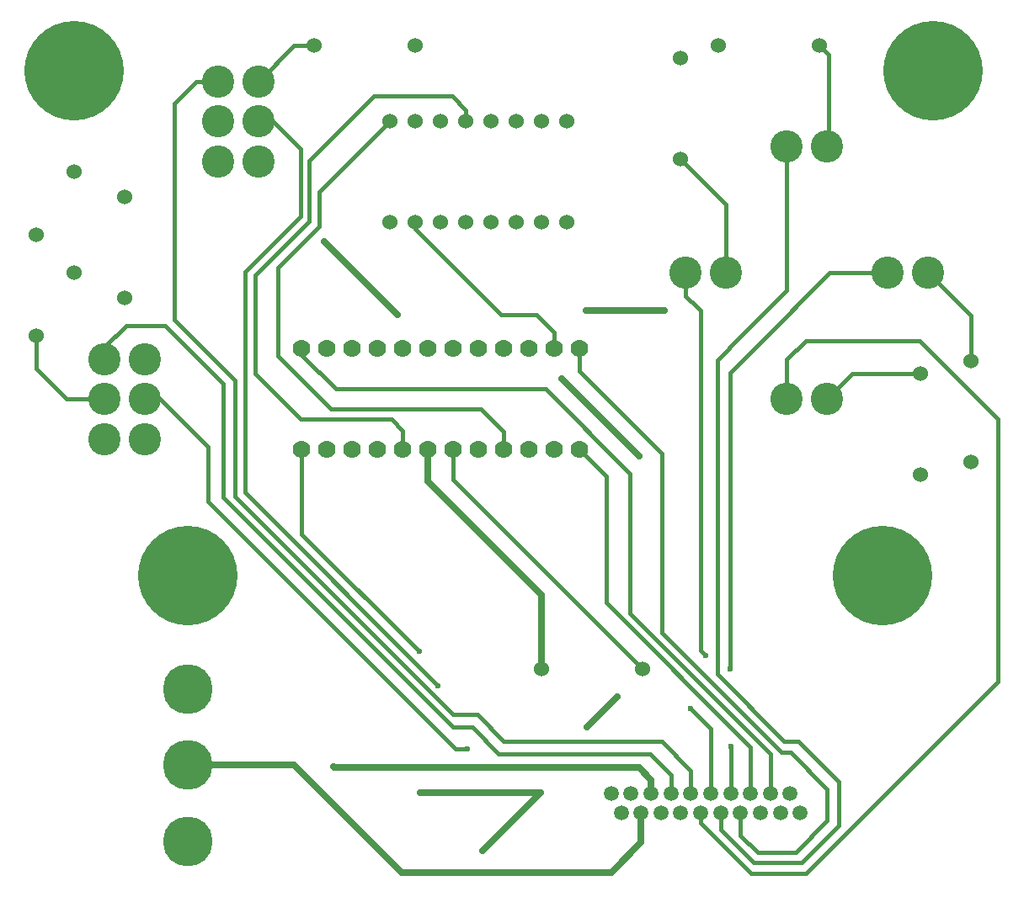
<source format=gbl>
G04 #@! TF.FileFunction,Copper,L2,Bot,Signal*
%FSLAX46Y46*%
G04 Gerber Fmt 4.6, Leading zero omitted, Abs format (unit mm)*
G04 Created by KiCad (PCBNEW 4.0.0-rc2-stable) date Thu 26 Nov 2015 02:18:43 PM EST*
%MOMM*%
G01*
G04 APERTURE LIST*
%ADD10C,0.100000*%
%ADD11C,1.500000*%
%ADD12C,1.524000*%
%ADD13C,3.250000*%
%ADD14C,5.000000*%
%ADD15C,1.778000*%
%ADD16C,10.000000*%
%ADD17C,0.600000*%
%ADD18C,0.635000*%
%ADD19C,0.381000*%
G04 APERTURE END LIST*
D10*
D11*
X148820000Y-125460000D03*
X146820000Y-125460000D03*
X150820000Y-125460000D03*
X152820000Y-125460000D03*
X154820000Y-125460000D03*
X156820000Y-125460000D03*
X155820000Y-123460000D03*
X153820000Y-123460000D03*
X151820000Y-123460000D03*
X149820000Y-123460000D03*
X147820000Y-123460000D03*
X145820000Y-123460000D03*
X144820000Y-125460000D03*
X143820000Y-123460000D03*
X142820000Y-125460000D03*
X141820000Y-123460000D03*
X140820000Y-125460000D03*
X139820000Y-123460000D03*
X138820000Y-125460000D03*
X137820000Y-123460000D03*
D12*
X144780000Y-59690000D03*
X144780000Y-49530000D03*
X158750000Y-48260000D03*
X148590000Y-48260000D03*
X173990000Y-90170000D03*
X173990000Y-80010000D03*
X168910000Y-81280000D03*
X168910000Y-91440000D03*
X107950000Y-48260000D03*
X118110000Y-48260000D03*
X88900000Y-63500000D03*
X88900000Y-73660000D03*
X130810000Y-110998000D03*
X140970000Y-110998000D03*
X83820000Y-60960000D03*
X83820000Y-71120000D03*
X80010000Y-67310000D03*
X80010000Y-77470000D03*
D13*
X145320000Y-71120000D03*
X149320000Y-71120000D03*
X155480000Y-58420000D03*
X159480000Y-58420000D03*
X165640000Y-71120000D03*
X169640000Y-71120000D03*
X155480000Y-83820000D03*
X159480000Y-83820000D03*
X98330000Y-55880000D03*
X102330000Y-55880000D03*
X98330000Y-51880000D03*
X102330000Y-51880000D03*
X98330000Y-59880000D03*
X102330000Y-59880000D03*
X86900000Y-83820000D03*
X90900000Y-83820000D03*
X86900000Y-79820000D03*
X90900000Y-79820000D03*
X86900000Y-87820000D03*
X90900000Y-87820000D03*
D14*
X95250000Y-120650000D03*
X95250000Y-113000000D03*
X95250000Y-128300000D03*
D15*
X119380000Y-78740000D03*
X116840000Y-78740000D03*
X114300000Y-78740000D03*
X111760000Y-78740000D03*
X109220000Y-78740000D03*
X106680000Y-78740000D03*
X121920000Y-78740000D03*
X124460000Y-78740000D03*
X127000000Y-78740000D03*
X129540000Y-78740000D03*
X132080000Y-78740000D03*
X134620000Y-78740000D03*
X134620000Y-88900000D03*
X132080000Y-88900000D03*
X129540000Y-88900000D03*
X127000000Y-88900000D03*
X124460000Y-88900000D03*
X121920000Y-88900000D03*
X119380000Y-88900000D03*
X116840000Y-88900000D03*
X114300000Y-88900000D03*
X111760000Y-88900000D03*
X109220000Y-88900000D03*
X106680000Y-88900000D03*
D12*
X123190000Y-66040000D03*
X120650000Y-66040000D03*
X118110000Y-66040000D03*
X115570000Y-66040000D03*
X125730000Y-66040000D03*
X128270000Y-66040000D03*
X130810000Y-66040000D03*
X133350000Y-66040000D03*
X115570000Y-55880000D03*
X118110000Y-55880000D03*
X120650000Y-55880000D03*
X123190000Y-55880000D03*
X133350000Y-55880000D03*
X128270000Y-55880000D03*
X130810000Y-55880000D03*
X125730000Y-55880000D03*
D16*
X83820000Y-50800000D03*
X95250000Y-101600000D03*
X170180000Y-50800000D03*
X165100000Y-101600000D03*
D17*
X108966000Y-67945000D03*
X116332000Y-75311000D03*
X135255000Y-74930000D03*
X143129000Y-74930000D03*
X140589000Y-89535000D03*
X132842000Y-81788000D03*
X138430000Y-113792000D03*
X135382000Y-116840000D03*
X124841000Y-129286000D03*
X118618000Y-123444000D03*
X130683000Y-123444000D03*
X118491000Y-109220000D03*
X149820000Y-118785000D03*
X147320000Y-109601000D03*
X145796000Y-114935000D03*
X149733000Y-110998000D03*
X120396000Y-112649000D03*
X123317000Y-118999000D03*
X109855000Y-120777000D03*
D18*
X119380000Y-88900000D02*
X119380000Y-92075000D01*
X119380000Y-92075000D02*
X130810000Y-103505000D01*
X130810000Y-103505000D02*
X130810000Y-110998000D01*
D19*
X121920000Y-115570000D02*
X124333000Y-115570000D01*
X99949000Y-93599000D02*
X121920000Y-115570000D01*
X98330000Y-51880000D02*
X96075000Y-51880000D01*
X96075000Y-51880000D02*
X93853000Y-54102000D01*
X93853000Y-54102000D02*
X93853000Y-75819000D01*
X93853000Y-75819000D02*
X99949000Y-81915000D01*
X99949000Y-81915000D02*
X99949000Y-90805000D01*
X99949000Y-90805000D02*
X99949000Y-93599000D01*
X145820000Y-121182000D02*
X145820000Y-123460000D01*
X142875000Y-118237000D02*
X145820000Y-121182000D01*
X127000000Y-118237000D02*
X142875000Y-118237000D01*
X124333000Y-115570000D02*
X127000000Y-118237000D01*
X98806000Y-91821000D02*
X98806000Y-93726000D01*
X143820000Y-123460000D02*
X143820000Y-121595000D01*
X141732000Y-119507000D02*
X143820000Y-121595000D01*
X126492000Y-119507000D02*
X141732000Y-119507000D01*
X98806000Y-82296000D02*
X98806000Y-91821000D01*
X92964000Y-76454000D02*
X98806000Y-82296000D01*
X89027000Y-76454000D02*
X92964000Y-76454000D01*
X89027000Y-76454000D02*
X86900000Y-78581000D01*
X123825000Y-116840000D02*
X126492000Y-119507000D01*
X121920000Y-116840000D02*
X123825000Y-116840000D01*
X98806000Y-93726000D02*
X121920000Y-116840000D01*
X86900000Y-79820000D02*
X86900000Y-78581000D01*
D18*
X116332000Y-75311000D02*
X108966000Y-67945000D01*
X143129000Y-74930000D02*
X135255000Y-74930000D01*
X132842000Y-81788000D02*
X140589000Y-89535000D01*
X135382000Y-116840000D02*
X138430000Y-113792000D01*
X130683000Y-123444000D02*
X124841000Y-129286000D01*
X130683000Y-123444000D02*
X118618000Y-123444000D01*
D19*
X149320000Y-71120000D02*
X149320000Y-64230000D01*
X149320000Y-64230000D02*
X144780000Y-59690000D01*
X158750000Y-48260000D02*
X159639000Y-49149000D01*
X159639000Y-49149000D02*
X159639000Y-58261000D01*
X159639000Y-58261000D02*
X159480000Y-58420000D01*
X169640000Y-71120000D02*
X169672000Y-71120000D01*
X169672000Y-71120000D02*
X173990000Y-75438000D01*
X173990000Y-75438000D02*
X173990000Y-80010000D01*
X159480000Y-83820000D02*
X159512000Y-83820000D01*
X159512000Y-83820000D02*
X162052000Y-81280000D01*
X162052000Y-81280000D02*
X168910000Y-81280000D01*
X107950000Y-48260000D02*
X105950000Y-48260000D01*
X105950000Y-48260000D02*
X102330000Y-51880000D01*
X80010000Y-77470000D02*
X80010000Y-79375000D01*
X83058000Y-83820000D02*
X86900000Y-83820000D01*
X80010000Y-80772000D02*
X83058000Y-83820000D01*
X80010000Y-79375000D02*
X80010000Y-80772000D01*
X115570000Y-55880000D02*
X108458000Y-62992000D01*
X127000000Y-87122000D02*
X127000000Y-88900000D01*
X124714000Y-84836000D02*
X127000000Y-87122000D01*
X109601000Y-84836000D02*
X124714000Y-84836000D01*
X104267000Y-79502000D02*
X109601000Y-84836000D01*
X104267000Y-70612000D02*
X104267000Y-79502000D01*
X108458000Y-66421000D02*
X104267000Y-70612000D01*
X108458000Y-62992000D02*
X108458000Y-66421000D01*
X123190000Y-55880000D02*
X123190000Y-54737000D01*
X116840000Y-86995000D02*
X116840000Y-88900000D01*
X115697000Y-85852000D02*
X116840000Y-86995000D01*
X106553000Y-85852000D02*
X115697000Y-85852000D01*
X101981000Y-81280000D02*
X106553000Y-85852000D01*
X101981000Y-71374000D02*
X101981000Y-81280000D01*
X107442000Y-65913000D02*
X101981000Y-71374000D01*
X107442000Y-59817000D02*
X107442000Y-65913000D01*
X113919000Y-53340000D02*
X107442000Y-59817000D01*
X121793000Y-53340000D02*
X113919000Y-53340000D01*
X123190000Y-54737000D02*
X121793000Y-53340000D01*
X148463000Y-109220000D02*
X148463000Y-111506000D01*
X156972000Y-130429000D02*
X160655000Y-126746000D01*
X160655000Y-126746000D02*
X160655000Y-124714000D01*
X148820000Y-125460000D02*
X148820000Y-127103000D01*
X152146000Y-130429000D02*
X156845000Y-130429000D01*
X148820000Y-127103000D02*
X152146000Y-130429000D01*
X156845000Y-130429000D02*
X156972000Y-130429000D01*
X150876000Y-77470000D02*
X148463000Y-79883000D01*
X155480000Y-62008000D02*
X155480000Y-58420000D01*
X150876000Y-77470000D02*
X155480000Y-72866000D01*
X155480000Y-72866000D02*
X155480000Y-62008000D01*
X148463000Y-109220000D02*
X148463000Y-79883000D01*
X160655000Y-122301000D02*
X160655000Y-124714000D01*
X156591000Y-118237000D02*
X160655000Y-122301000D01*
X155194000Y-118237000D02*
X156591000Y-118237000D01*
X148463000Y-111506000D02*
X155194000Y-118237000D01*
X174498000Y-114427000D02*
X176657000Y-112268000D01*
X146820000Y-126500000D02*
X151892000Y-131572000D01*
X151892000Y-131572000D02*
X157353000Y-131572000D01*
X157353000Y-131572000D02*
X174498000Y-114427000D01*
X146820000Y-125460000D02*
X146820000Y-126500000D01*
X155480000Y-79851000D02*
X155480000Y-83820000D01*
X157353000Y-77978000D02*
X155480000Y-79851000D01*
X168783000Y-77978000D02*
X157353000Y-77978000D01*
X176657000Y-85852000D02*
X168783000Y-77978000D01*
X176657000Y-112268000D02*
X176657000Y-85852000D01*
X143891000Y-108331000D02*
X154940000Y-119380000D01*
X159512000Y-125222000D02*
X159512000Y-126238000D01*
X150820000Y-125460000D02*
X150820000Y-127706000D01*
X152527000Y-129413000D02*
X150820000Y-127706000D01*
X156337000Y-129413000D02*
X152527000Y-129413000D01*
X159512000Y-126238000D02*
X156337000Y-129413000D01*
X142875000Y-107315000D02*
X143891000Y-108331000D01*
X134620000Y-81026000D02*
X134620000Y-78740000D01*
X134620000Y-81026000D02*
X142875000Y-89281000D01*
X142875000Y-89281000D02*
X142875000Y-107315000D01*
X159512000Y-123063000D02*
X159512000Y-125222000D01*
X155829000Y-119380000D02*
X159512000Y-123063000D01*
X154940000Y-119380000D02*
X155829000Y-119380000D01*
X106680000Y-93218000D02*
X106680000Y-97409000D01*
X106680000Y-93218000D02*
X106680000Y-88900000D01*
X106680000Y-97409000D02*
X118491000Y-109220000D01*
X139700000Y-91313000D02*
X139700000Y-105410000D01*
X131191000Y-82804000D02*
X139700000Y-91313000D01*
X110109000Y-82804000D02*
X131191000Y-82804000D01*
X106680000Y-79375000D02*
X110109000Y-82804000D01*
X153820000Y-119530000D02*
X153820000Y-123460000D01*
X139700000Y-105410000D02*
X153820000Y-119530000D01*
X106680000Y-78740000D02*
X106680000Y-79375000D01*
X134620000Y-88900000D02*
X137287000Y-91567000D01*
X151820000Y-118800000D02*
X151820000Y-123460000D01*
X137287000Y-104267000D02*
X151820000Y-118800000D01*
X137287000Y-91567000D02*
X137287000Y-104267000D01*
X146431000Y-74549000D02*
X146812000Y-74930000D01*
X149820000Y-123460000D02*
X149820000Y-118785000D01*
X145320000Y-73438000D02*
X146431000Y-74549000D01*
X145320000Y-73438000D02*
X145320000Y-71120000D01*
X146812000Y-109093000D02*
X147320000Y-109601000D01*
X146812000Y-74930000D02*
X146812000Y-109093000D01*
X149733000Y-109474000D02*
X149733000Y-110998000D01*
X149733000Y-81153000D02*
X149733000Y-109474000D01*
X165640000Y-71120000D02*
X159766000Y-71120000D01*
X159766000Y-71120000D02*
X152527000Y-78359000D01*
X152527000Y-78359000D02*
X149733000Y-81153000D01*
X147828000Y-116967000D02*
X147820000Y-116967000D01*
X147820000Y-116959000D02*
X147828000Y-116967000D01*
X145796000Y-114935000D02*
X147820000Y-116959000D01*
X147820000Y-116967000D02*
X147820000Y-123460000D01*
X100965000Y-89789000D02*
X100965000Y-93218000D01*
X103759000Y-55880000D02*
X106553000Y-58674000D01*
X100965000Y-70993000D02*
X100965000Y-89789000D01*
X106553000Y-65405000D02*
X100965000Y-70993000D01*
X106553000Y-58674000D02*
X106553000Y-65405000D01*
X100965000Y-93218000D02*
X120396000Y-112649000D01*
X102330000Y-55880000D02*
X103759000Y-55880000D01*
X97282000Y-92964000D02*
X97282000Y-94107000D01*
X97282000Y-88646000D02*
X97282000Y-92964000D01*
X97282000Y-88646000D02*
X92456000Y-83820000D01*
X122174000Y-118999000D02*
X123317000Y-118999000D01*
X97282000Y-94107000D02*
X122174000Y-118999000D01*
X90900000Y-83820000D02*
X92456000Y-83820000D01*
D18*
X141820000Y-122135000D02*
X140589000Y-120904000D01*
X141820000Y-122135000D02*
X141820000Y-123460000D01*
X109982000Y-120904000D02*
X140589000Y-120904000D01*
X109855000Y-120777000D02*
X109982000Y-120904000D01*
X140820000Y-125460000D02*
X140820000Y-128420000D01*
X105918000Y-120650000D02*
X95250000Y-120650000D01*
X116713000Y-131445000D02*
X105918000Y-120650000D01*
X137795000Y-131445000D02*
X116713000Y-131445000D01*
X140820000Y-128420000D02*
X137795000Y-131445000D01*
D19*
X121920000Y-88900000D02*
X121920000Y-91948000D01*
X121920000Y-91948000D02*
X140970000Y-110998000D01*
X118110000Y-66040000D02*
X118110000Y-66675000D01*
X118110000Y-66675000D02*
X126746000Y-75311000D01*
X126746000Y-75311000D02*
X130302000Y-75311000D01*
X130302000Y-75311000D02*
X132080000Y-77089000D01*
X132080000Y-77089000D02*
X132080000Y-78740000D01*
M02*

</source>
